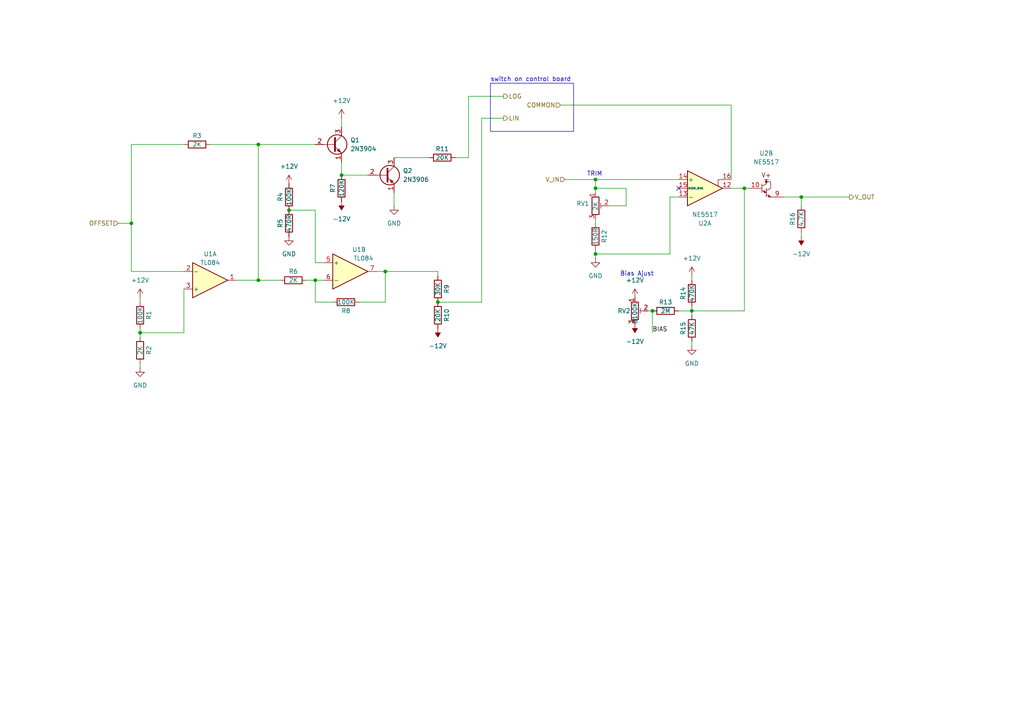
<source format=kicad_sch>
(kicad_sch (version 20250114) (generator "eeschema") (generator_version "9.0")
  (paper "A4")
  (lib_symbols
    (symbol "Eurorack Common:2N3904" (pin_names (offset 0) (hide yes))
      (property "Reference" "Q" (at 5.08 1.905 0))
      (property "Value" "2N3904" (at 5.08 0 0))
      (symbol "2N3904_0_1"
        (polyline (pts (xy -2.54 0) (xy 0.635 0)))
        (polyline (pts (xy 0.635 1.905) (xy 0.635 -1.905)) (stroke (width 0.508)))
        (circle (center 1.27 0) (radius 2.8194) (stroke (width 0.254)))
      )
      (symbol "2N3904_1_1"
        (polyline (pts (xy 0.635 0.635) (xy 2.54 2.54)))
        (polyline (pts (xy 0.635 -0.635) (xy 2.54 -2.54)))
        (polyline (pts (xy 1.27 -1.778) (xy 1.778 -1.27) (xy 2.286 -2.286) (xy 1.27 -1.778)) (fill (type outline)))
        (pin input line (at -5.08 0 0) (length 2.54) (name "B") (number "2"))
        (pin passive line (at 2.54 5.08 270) (length 2.54) (name "C") (number "3"))
        (pin passive line (at 2.54 -5.08 90) (length 2.54) (name "E") (number "1"))
      )
    )
    (symbol "Eurorack Common:2N3906" (pin_names (offset 0) (hide yes))
      (property "Reference" "Q" (at 5.08 1.905 0))
      (property "Value" "2N3906" (at 5.08 0 0))
      (symbol "2N3906_0_1"
        (polyline (pts (xy -2.54 0) (xy 0.635 0)))
        (polyline (pts (xy 0.635 1.905) (xy 0.635 -1.905)) (stroke (width 0.508)))
        (polyline (pts (xy 0.635 0.635) (xy 2.54 2.54)))
        (polyline (pts (xy 0.635 -0.635) (xy 2.54 -2.54)))
        (circle (center 1.27 0) (radius 2.8194) (stroke (width 0.254)))
        (polyline (pts (xy 2.286 -1.778) (xy 1.778 -2.286) (xy 1.27 -1.27) (xy 2.286 -1.778)) (fill (type outline)))
      )
      (symbol "2N3906_1_1"
        (pin input line (at -5.08 0 0) (length 2.54) (name "B") (number "2"))
        (pin passive line (at 2.54 5.08 270) (length 2.54) (name "C") (number "3"))
        (pin passive line (at 2.54 -5.08 90) (length 2.54) (name "E") (number "1"))
      )
    )
    (symbol "Eurorack Common:NE5517DR2G" (pin_names (offset 0.127))
      (property "Reference" "U" (at 3.81 5.08 0))
      (property "Value" "NE5517DR2G" (at 5.08 -5.08 0))
      (symbol "NE5517DR2G_1_1"
        (polyline (pts (xy 3.81 -0.635) (xy 3.81 -2.54) (xy 5.08 -2.54)))
        (polyline (pts (xy 5.08 0) (xy -5.08 -5.08) (xy -5.08 5.08) (xy 5.08 0)) (stroke (width 0.254)) (fill (type background)))
        (pin input line (at -7.62 2.54 0) (length 2.54) (name "-") (number "13"))
        (pin input line (at -7.62 0 0) (length 2.54) (name "DIODE_BIAS") (number "15"))
        (pin input line (at -7.62 -2.54 0) (length 2.54) (name "+") (number "14"))
        (pin output line (at 7.62 0 180) (length 2.54) (name "~") (number "12"))
        (pin input line (at 7.62 -2.54 180) (length 2.54) (name "~") (number "16"))
      )
      (symbol "NE5517DR2G_2_0"
        (polyline (pts (xy -1.905 2.54) (xy -3.175 2.54)))
      )
      (symbol "NE5517DR2G_2_1"
        (polyline (pts (xy -3.81 1.27) (xy -3.81 -1.27)))
        (polyline (pts (xy -3.81 0.635) (xy -2.54 1.27) (xy -2.54 1.905) (xy -2.54 2.54)))
        (polyline (pts (xy -3.81 -0.635) (xy -2.54 -1.27)))
        (circle (center -2.54 1.905) (radius 0.254) (stroke (width 0.254)) (fill (type outline)))
        (polyline (pts (xy -2.54 0) (xy -2.54 -2.54)))
        (polyline (pts (xy -2.54 -0.635) (xy -1.27 0) (xy -1.27 1.905) (xy -2.54 1.905)))
        (polyline (pts (xy -2.54 -1.27) (xy -3.175 -0.635) (xy -3.175 -1.27) (xy -2.54 -1.27)) (fill (type outline)))
        (polyline (pts (xy -2.54 -1.905) (xy -1.27 -2.54)))
        (polyline (pts (xy -1.27 -2.54) (xy -1.905 -1.905) (xy -1.905 -2.54) (xy -1.27 -2.54)) (fill (type outline)))
        (text "V+" (at -2.54 3.81 0) (effects (font (size 1.27 1.27))))
        (pin input line (at -7.62 0 0) (length 3.81) (name "~") (number "10"))
        (pin output line (at 2.54 -2.54 180) (length 3.81) (name "~") (number "9"))
      )
      (symbol "NE5517DR2G_3_1"
        (polyline (pts (xy 3.81 -0.635) (xy 3.81 -2.54) (xy 5.08 -2.54)))
        (polyline (pts (xy 5.08 0) (xy -5.08 -5.08) (xy -5.08 5.08) (xy 5.08 0)) (stroke (width 0.254)) (fill (type background)))
        (pin input line (at -7.62 2.54 0) (length 2.54) (name "-") (number "4"))
        (pin input line (at -7.62 0 0) (length 2.54) (name "DIODE_BIAS") (number "2"))
        (pin input line (at -7.62 -2.54 0) (length 2.54) (name "+") (number "3"))
        (pin output line (at 7.62 0 180) (length 2.54) (name "~") (number "5"))
        (pin input line (at 7.62 -2.54 180) (length 2.54) (name "~") (number "1"))
      )
      (symbol "NE5517DR2G_4_0"
        (polyline (pts (xy -3.175 2.54) (xy -1.905 2.54)))
        (text "V+" (at -2.54 3.81 0) (effects (font (size 1.27 1.27))))
      )
      (symbol "NE5517DR2G_4_1"
        (polyline (pts (xy -3.81 1.27) (xy -3.81 -1.27)))
        (polyline (pts (xy -3.81 0.635) (xy -2.54 1.27) (xy -2.54 2.54)))
        (polyline (pts (xy -3.81 -0.635) (xy -2.54 -1.27)))
        (circle (center -2.54 1.905) (radius 0.254) (stroke (width 0.254)) (fill (type outline)))
        (polyline (pts (xy -2.54 0) (xy -2.54 -2.54)))
        (polyline (pts (xy -2.54 -0.635) (xy -1.27 0) (xy -1.27 1.905) (xy -2.54 1.905)))
        (polyline (pts (xy -2.54 -1.27) (xy -3.175 -0.635) (xy -3.175 -1.27) (xy -2.54 -1.27)) (fill (type outline)))
        (polyline (pts (xy -2.54 -1.905) (xy -1.27 -2.54)))
        (polyline (pts (xy -1.27 -2.54) (xy -1.905 -1.905) (xy -1.905 -2.54) (xy -1.27 -2.54)) (fill (type outline)))
        (pin input line (at -7.62 0 0) (length 3.81) (name "~") (number "7"))
        (pin output line (at 2.54 -2.54 180) (length 3.81) (name "~") (number "8"))
      )
      (symbol "NE5517DR2G_5_1"
        (pin power_in line (at -2.54 7.62 270) (length 3.81) (name "V+") (number "11"))
        (pin power_in line (at -2.54 -7.62 90) (length 3.81) (name "V-") (number "6"))
      )
    )
    (symbol "Eurorack Common:R_DIN0207" (pin_numbers (hide yes)) (pin_names (offset 0))
      (property "Reference" "R" (at 2.032 0 90))
      (property "Value" "R" (at 0 0 90))
      (symbol "R_DIN0207_0_1"
        (rectangle (start -1.016 2.54) (end 1.016 -2.54) (stroke (width 0.254)))
      )
      (symbol "R_DIN0207_1_1"
        (pin passive line (at 0 3.81 270) (length 1.27) (name "~") (number "1"))
        (pin passive line (at 0 -3.81 90) (length 1.27) (name "~") (number "2"))
      )
    )
    (symbol "Eurorack Common:R_Potentionmeter_Trim_Bournes" (pin_names (offset 1.016) (hide yes))
      (property "Reference" "RV" (at -4.445 0 90))
      (property "Value" "R_Potentionmeter_Trim" (at -2.54 0 90))
      (symbol "R_Potentionmeter_Trim_Bournes_0_1"
        (rectangle (start 1.016 2.54) (end -1.016 -2.54) (stroke (width 0.254)))
        (polyline (pts (xy 1.524 0.762) (xy 1.524 -0.762)))
        (polyline (pts (xy 2.54 0) (xy 1.524 0)))
      )
      (symbol "R_Potentionmeter_Trim_Bournes_1_1"
        (pin passive line (at 0 3.81 270) (length 1.27) (name "1") (number "1"))
        (pin passive line (at 0 -3.81 90) (length 1.27) (name "3") (number "3"))
        (pin passive line (at 3.81 0 180) (length 1.27) (name "2") (number "2"))
      )
    )
    (symbol "Eurorack Common:TL084HIDYYR" (pin_names (offset 0.127))
      (property "Reference" "U" (at 0 5.08 0))
      (property "Value" "TL084" (at 0 -5.08 0))
      (symbol "TL084HIDYYR_1_1"
        (polyline (pts (xy -5.08 5.08) (xy 5.08 0) (xy -5.08 -5.08) (xy -5.08 5.08)) (stroke (width 0.254)) (fill (type background)))
        (pin input line (at -7.62 2.54 0) (length 2.54) (name "+") (number "3"))
        (pin input line (at -7.62 -2.54 0) (length 2.54) (name "-") (number "2"))
        (pin output line (at 7.62 0 180) (length 2.54) (name "~") (number "1"))
      )
      (symbol "TL084HIDYYR_2_1"
        (polyline (pts (xy -5.08 5.08) (xy 5.08 0) (xy -5.08 -5.08) (xy -5.08 5.08)) (stroke (width 0.254)) (fill (type background)))
        (pin input line (at -7.62 2.54 0) (length 2.54) (name "+") (number "5"))
        (pin input line (at -7.62 -2.54 0) (length 2.54) (name "-") (number "6"))
        (pin output line (at 7.62 0 180) (length 2.54) (name "~") (number "7"))
      )
      (symbol "TL084HIDYYR_3_1"
        (polyline (pts (xy -5.08 5.08) (xy 5.08 0) (xy -5.08 -5.08) (xy -5.08 5.08)) (stroke (width 0.254)) (fill (type background)))
        (pin input line (at -7.62 2.54 0) (length 2.54) (name "+") (number "10"))
        (pin input line (at -7.62 -2.54 0) (length 2.54) (name "-") (number "9"))
        (pin output line (at 7.62 0 180) (length 2.54) (name "~") (number "8"))
      )
      (symbol "TL084HIDYYR_4_1"
        (polyline (pts (xy -5.08 5.08) (xy 5.08 0) (xy -5.08 -5.08) (xy -5.08 5.08)) (stroke (width 0.254)) (fill (type background)))
        (pin input line (at -7.62 2.54 0) (length 2.54) (name "+") (number "12"))
        (pin input line (at -7.62 -2.54 0) (length 2.54) (name "-") (number "13"))
        (pin output line (at 7.62 0 180) (length 2.54) (name "~") (number "14"))
      )
      (symbol "TL084HIDYYR_5_1"
        (pin power_in line (at -2.54 7.62 270) (length 3.81) (name "V+") (number "4"))
        (pin power_in line (at -2.54 -7.62 90) (length 3.81) (name "V-") (number "11"))
      )
    )
    (symbol "power:+12V" (power) (pin_numbers (hide yes)) (pin_names (offset 0) (hide yes))
      (property "Value" "+12V" (at 0 3.556 0))
      (symbol "+12V_0_1"
        (polyline (pts (xy -0.762 1.27) (xy 0 2.54)))
        (polyline (pts (xy 0 2.54) (xy 0.762 1.27)))
        (polyline (pts (xy 0 0) (xy 0 2.54)))
      )
      (symbol "+12V_1_1"
        (pin power_in line (at 0 0 90) (length 0) (name "~") (number "1"))
      )
    )
    (symbol "power:-12V" (power) (pin_numbers (hide yes)) (pin_names (offset 0) (hide yes))
      (property "Value" "-12V" (at 0 3.556 0))
      (symbol "-12V_0_0"
        (pin power_in line (at 0 0 90) (length 0) (name "~") (number "1"))
      )
      (symbol "-12V_0_1"
        (polyline (pts (xy 0 0) (xy 0 1.27) (xy 0.762 1.27) (xy 0 2.54) (xy -0.762 1.27) (xy 0 1.27)) (fill (type outline)))
      )
    )
    (symbol "power:GND" (power) (pin_numbers (hide yes)) (pin_names (offset 0) (hide yes))
      (property "Value" "GND" (at 0 -3.81 0))
      (symbol "GND_0_1"
        (polyline (pts (xy 0 0) (xy 0 -1.27) (xy 1.27 -1.27) (xy 0 -2.54) (xy -1.27 -1.27) (xy 0 -1.27)))
      )
      (symbol "GND_1_1"
        (pin power_in line (at 0 0 270) (length 0) (name "~") (number "1"))
      )
    )
  )
  (rectangle (start 142.24 24.13) (end 166.37 38.1))
  (text "switch on control board" (at 142.24 23.114 0) (effects (font (size 1.27 1.27)) (justify left)))
  (text "Bias Ajust" (at 179.832 80.264 0) (effects (font (size 1.27 1.27)) (justify left bottom)))
  (text "TRIM" (at 172.466 50.546 0) (effects (font (size 1.27 1.27))))
  (junction (at 40.64 96.52))
  (junction (at 172.72 73.66))
  (junction (at 232.41 57.15))
  (junction (at 200.66 90.17))
  (junction (at 172.72 54.61))
  (junction (at 38.1 64.77))
  (junction (at 111.76 78.74))
  (junction (at 74.93 81.28))
  (junction (at 215.9 54.61))
  (junction (at 172.72 52.07))
  (junction (at 127 87.63))
  (junction (at 74.93 41.91))
  (junction (at 189.23 90.17))
  (junction (at 91.44 81.28))
  (junction (at 99.06 50.8))
  (junction (at 83.82 60.96))
  (no_connect (at 196.85 54.61))
  (wire (pts (xy 40.64 106.68) (xy 40.64 105.41)))
  (wire (pts (xy 114.3 59.69) (xy 114.3 55.88)))
  (wire (pts (xy 38.1 41.91) (xy 38.1 64.77)))
  (wire (pts (xy 163.83 52.07) (xy 172.72 52.07)))
  (wire (pts (xy 40.64 86.36) (xy 40.64 87.63)))
  (wire (pts (xy 111.76 87.63) (xy 111.76 78.74)))
  (wire (pts (xy 104.14 87.63) (xy 111.76 87.63)))
  (wire (pts (xy 135.89 45.72) (xy 132.08 45.72)))
  (wire (pts (xy 38.1 64.77) (xy 38.1 78.74)))
  (wire (pts (xy 135.89 27.94) (xy 135.89 45.72)))
  (wire (pts (xy 200.66 90.17) (xy 215.9 90.17)))
  (wire (pts (xy 212.09 54.61) (xy 215.9 54.61)))
  (wire (pts (xy 194.31 57.15) (xy 196.85 57.15)))
  (wire (pts (xy 91.44 87.63) (xy 96.52 87.63)))
  (wire (pts (xy 172.72 52.07) (xy 172.72 54.61)))
  (wire (pts (xy 187.96 90.17) (xy 189.23 90.17)))
  (wire (pts (xy 127 80.01) (xy 127 78.74)))
  (wire (pts (xy 196.85 90.17) (xy 200.66 90.17)))
  (wire (pts (xy 172.72 54.61) (xy 172.72 55.88)))
  (wire (pts (xy 74.93 41.91) (xy 74.93 81.28)))
  (wire (pts (xy 212.09 30.48) (xy 212.09 52.07)))
  (wire (pts (xy 227.33 57.15) (xy 232.41 57.15)))
  (wire (pts (xy 200.66 90.17) (xy 200.66 91.44)))
  (wire (pts (xy 232.41 57.15) (xy 246.38 57.15)))
  (wire (pts (xy 181.61 54.61) (xy 181.61 59.69)))
  (wire (pts (xy 215.9 54.61) (xy 217.17 54.61)))
  (wire (pts (xy 40.64 95.25) (xy 40.64 96.52)))
  (wire (pts (xy 135.89 27.94) (xy 146.05 27.94)))
  (wire (pts (xy 215.9 54.61) (xy 215.9 90.17)))
  (wire (pts (xy 91.44 81.28) (xy 93.98 81.28)))
  (wire (pts (xy 99.06 46.99) (xy 99.06 50.8)))
  (wire (pts (xy 91.44 81.28) (xy 91.44 87.63)))
  (wire (pts (xy 91.44 60.96) (xy 83.82 60.96)))
  (wire (pts (xy 111.76 78.74) (xy 127 78.74)))
  (wire (pts (xy 200.66 99.06) (xy 200.66 100.33)))
  (wire (pts (xy 40.64 96.52) (xy 53.34 96.52)))
  (wire (pts (xy 172.72 63.5) (xy 172.72 64.77)))
  (wire (pts (xy 34.29 64.77) (xy 38.1 64.77)))
  (wire (pts (xy 172.72 73.66) (xy 194.31 73.66)))
  (wire (pts (xy 172.72 54.61) (xy 181.61 54.61)))
  (wire (pts (xy 139.7 34.29) (xy 139.7 87.63)))
  (wire (pts (xy 60.96 41.91) (xy 74.93 41.91)))
  (wire (pts (xy 38.1 78.74) (xy 53.34 78.74)))
  (wire (pts (xy 53.34 96.52) (xy 53.34 83.82)))
  (wire (pts (xy 88.9 81.28) (xy 91.44 81.28)))
  (wire (pts (xy 99.06 34.29) (xy 99.06 36.83)))
  (wire (pts (xy 74.93 41.91) (xy 91.44 41.91)))
  (wire (pts (xy 124.46 45.72) (xy 114.3 45.72)))
  (wire (pts (xy 172.72 74.93) (xy 172.72 73.66)))
  (wire (pts (xy 200.66 88.9) (xy 200.66 90.17)))
  (wire (pts (xy 38.1 41.91) (xy 53.34 41.91)))
  (wire (pts (xy 91.44 76.2) (xy 93.98 76.2)))
  (wire (pts (xy 232.41 67.31) (xy 232.41 68.58)))
  (wire (pts (xy 200.66 80.01) (xy 200.66 81.28)))
  (wire (pts (xy 40.64 96.52) (xy 40.64 97.79)))
  (wire (pts (xy 176.53 59.69) (xy 181.61 59.69)))
  (wire (pts (xy 106.68 50.8) (xy 99.06 50.8)))
  (wire (pts (xy 162.56 30.48) (xy 212.09 30.48)))
  (wire (pts (xy 172.72 52.07) (xy 196.85 52.07)))
  (wire (pts (xy 139.7 34.29) (xy 146.05 34.29)))
  (wire (pts (xy 91.44 60.96) (xy 91.44 76.2)))
  (wire (pts (xy 109.22 78.74) (xy 111.76 78.74)))
  (wire (pts (xy 232.41 59.69) (xy 232.41 57.15)))
  (wire (pts (xy 74.93 81.28) (xy 81.28 81.28)))
  (wire (pts (xy 139.7 87.63) (xy 127 87.63)))
  (wire (pts (xy 172.72 73.66) (xy 172.72 72.39)))
  (wire (pts (xy 194.31 57.15) (xy 194.31 73.66)))
  (wire (pts (xy 68.58 81.28) (xy 74.93 81.28)))
  (wire (pts (xy 189.23 90.17) (xy 189.23 96.52)))
  (label "BIAS" (at 189.23 96.52 0))
  (hierarchical_label "COMMON" (shape input) (at 162.56 30.48 180))
  (hierarchical_label "LOG" (shape output) (at 146.05 27.94 0))
  (hierarchical_label "LIN" (shape output) (at 146.05 34.29 0))
  (hierarchical_label "V_IN" (shape input) (at 163.83 52.07 180))
  (hierarchical_label "OFFSET" (shape input) (at 34.29 64.77 180))
  (hierarchical_label "V_OUT" (shape output) (at 246.38 57.15 0))
  (symbol (lib_id "power:+12V") (at 83.82 53.34 0) (unit 1)
    (property "Reference" "#PWR020" (effects (hide yes)))
    (property "Value" "+12V" (at 83.82 48.26 0))
    (property "Description" "Power symbol creates a global label with name \"+12V\"" (effects (hide yes)))
    (instances (project "bottom-board" (path "" (reference "#PWR020") (unit 1)) (path "" (reference "#PWR034") (unit 1))))
  )
  (symbol (lib_id "power:-12V") (at 99.06 58.42 180) (unit 1)
    (property "Reference" "#PWR023" (effects (hide yes)))
    (property "Value" "-12V" (at 99.06 63.5 0))
    (property "Description" "Power symbol creates a global label with name \"-12V\"" (effects (hide yes)))
    (instances (project "bottom-board" (path "" (reference "#PWR023") (unit 1)) (path "" (reference "#PWR037") (unit 1))))
  )
  (symbol (lib_id "power:-12V") (at 232.41 68.58 180) (unit 1)
    (property "Reference" "#PWR031" (effects (hide yes)))
    (property "Value" "-12V" (at 232.41 73.66 0))
    (property "Description" "Power symbol creates a global label with name \"-12V\"" (effects (hide yes)))
    (instances (project "bottom-board" (path "" (reference "#PWR031") (unit 1)) (path "" (reference "#PWR045") (unit 1))))
  )
  (symbol (lib_id "Eurorack Common:R_DIN0207") (at 200.66 95.25 180) (unit 1)
    (property "Reference" "R15" (at 198.12 95.25 90))
    (property "Value" "47K" (at 200.66 95.25 90))
    (property "Footprint" "Eurorack Common:R_Axial_DIN0207_L6.3mm_D2.5mm_P7.62mm_Horizontal" (effects (hide yes)))
    (property "Description" "Resistor" (effects (hide yes)))
    (instances (project "bottom-board" (path "" (reference "R15") (unit 1)) (path "" (reference "R31") (unit 1))))
  )
  (symbol (lib_id "Eurorack Common:R_Potentionmeter_Trim_Bournes") (at 184.15 90.17 0) (unit 1)
    (property "Reference" "RV2" (at 182.88 90.17 0) (effects (justify right)))
    (property "Value" "B100K" (at 184.15 87.63 90) (effects (justify right)))
    (property "Footprint" "Eurorack Common:Potentiometer_Bourns_3296W_Horizontal" (effects (hide yes)))
    (property "Description" "Trim-potentiometer (bournes type)" (effects (hide yes)))
    (instances (project "bottom-board" (path "" (reference "RV2") (unit 1)) (path "" (reference "RV4") (unit 1))))
  )
  (symbol (lib_id "Eurorack Common:TL084HIDYYR") (at 101.6 78.74 0) (unit 2)
    (property "Reference" "U1" (at 104.14 72.39 0))
    (property "Value" "TL084" (at 105.41 74.93 0))
    (property "Footprint" "Eurorack Common:Texas_DYY0014A_TSOT-23-14_2x4.2mm_P0.5mm" (effects (hide yes)))
    (property "Datasheet" "http://www.ti.com/lit/ds/symlink/tl084.pdf" (effects (hide yes)))
    (property "Description" "Low-Power, Quad-Operational Amplifiers, TSOT-23-14" (effects (hide yes)))
    (instances (project "bottom-board" (path "" (reference "U1") (unit 2)) (path "" (reference "U1") (unit 4))))
  )
  (symbol (lib_id "Eurorack Common:R_DIN0207") (at 40.64 91.44 0) (unit 1)
    (property "Reference" "R1" (at 43.18 91.44 90))
    (property "Value" "100K" (at 40.64 91.44 90))
    (property "Footprint" "Eurorack Common:R_Axial_DIN0207_L6.3mm_D2.5mm_P7.62mm_Horizontal" (effects (hide yes)))
    (property "Description" "Resistor" (effects (hide yes)))
    (instances (project "bottom-board" (path "" (reference "R1") (unit 1)) (path "" (reference "R17") (unit 1))))
  )
  (symbol (lib_id "Eurorack Common:R_DIN0207") (at 99.06 54.61 180) (unit 1)
    (property "Reference" "R7" (at 96.52 54.61 90))
    (property "Value" "120K" (at 99.06 54.61 90))
    (property "Footprint" "Eurorack Common:R_Axial_DIN0207_L6.3mm_D2.5mm_P7.62mm_Horizontal" (effects (hide yes)))
    (property "Description" "Resistor" (effects (hide yes)))
    (instances (project "bottom-board" (path "" (reference "R7") (unit 1)) (path "" (reference "R23") (unit 1))))
  )
  (symbol (lib_id "Eurorack Common:NE5517DR2G") (at 204.47 54.61 0) (mirror x) (unit 1)
    (property "Reference" "U2" (at 204.47 64.77 0))
    (property "Value" "NE5517" (at 204.47 62.23 0))
    (property "Footprint" "Eurorack Common:SOIC-16_3.9x9.9mm_P1.27mm" (effects (hide yes)))
    (property "Datasheet" "https://www.onsemi.com/download/data-sheet/pdf/ne5517-d.pdf" (effects (hide yes)))
    (property "Description" "Dual Operational Transconductance Amplifiers with Linearizing Diodes and Buffers, SOIC-16, drop in replacement for LM13700" (effects (hide yes)))
    (instances (project "" (path "" (reference "U2") (unit 1)) (path "" (reference "U2") (unit 3))))
  )
  (symbol (lib_id "Eurorack Common:2N3904") (at 96.52 41.91 0) (unit 1)
    (property "Reference" "Q1" (at 101.6 40.6399 0) (effects (justify left)))
    (property "Value" "2N3904" (at 101.6 43.1799 0) (effects (justify left)))
    (property "Footprint" "Eurorack Common:TO-92_Inline" (effects (hide yes)))
    (property "Datasheet" "https://www.onsemi.com/pub/Collateral/2N3903-D.PDF" (effects (hide yes)))
    (property "Description" "0.2A Ic, 40V Vce, Small Signal NPN Transistor, TO-92" (effects (hide yes)))
    (instances (project "bottom-board" (path "" (reference "Q1") (unit 1)) (path "" (reference "Q3") (unit 1))))
  )
  (symbol (lib_id "Eurorack Common:R_DIN0207") (at 172.72 68.58 0) (unit 1)
    (property "Reference" "R12" (at 175.26 68.58 90))
    (property "Value" "150R" (at 172.72 68.58 90))
    (property "Footprint" "Eurorack Common:R_Axial_DIN0207_L6.3mm_D2.5mm_P7.62mm_Horizontal" (effects (hide yes)))
    (property "Description" "Resistor" (effects (hide yes)))
    (instances (project "bottom-board" (path "" (reference "R12") (unit 1)) (path "" (reference "R28") (unit 1))))
  )
  (symbol (lib_id "power:GND") (at 83.82 68.58 0) (unit 1)
    (property "Reference" "#PWR021" (effects (hide yes)))
    (property "Value" "GND" (at 83.82 73.66 0))
    (property "Description" "Power symbol creates a global label with name \"GND\" , ground" (effects (hide yes)))
    (instances (project "bottom-board" (path "" (reference "#PWR021") (unit 1)) (path "" (reference "#PWR035") (unit 1))))
  )
  (symbol (lib_id "Eurorack Common:TL084HIDYYR") (at 60.96 81.28 0) (mirror x) (unit 1)
    (property "Reference" "U1" (at 60.96 73.66 0))
    (property "Value" "TL084" (at 60.96 76.2 0))
    (property "Footprint" "Eurorack Common:Texas_DYY0014A_TSOT-23-14_2x4.2mm_P0.5mm" (effects (hide yes)))
    (property "Datasheet" "http://www.ti.com/lit/ds/symlink/tl084.pdf" (effects (hide yes)))
    (property "Description" "Low-Power, Quad-Operational Amplifiers, TSOT-23-14" (effects (hide yes)))
    (instances (project "bottom-board" (path "" (reference "U1") (unit 1)) (path "" (reference "U1") (unit 3))))
  )
  (symbol (lib_id "Eurorack Common:R_DIN0207") (at 193.04 90.17 90) (unit 1)
    (property "Reference" "R13" (at 193.04 87.63 90))
    (property "Value" "2M" (at 193.04 90.17 90))
    (property "Footprint" "Eurorack Common:R_Axial_DIN0207_L6.3mm_D2.5mm_P7.62mm_Horizontal" (effects (hide yes)))
    (property "Description" "Resistor" (effects (hide yes)))
    (instances (project "bottom-board" (path "" (reference "R13") (unit 1)) (path "" (reference "R29") (unit 1))))
  )
  (symbol (lib_id "power:-12V") (at 127 95.25 180) (unit 1)
    (property "Reference" "#PWR025" (effects (hide yes)))
    (property "Value" "-12V" (at 127 100.33 0))
    (property "Description" "Power symbol creates a global label with name \"-12V\"" (effects (hide yes)))
    (instances (project "bottom-board" (path "" (reference "#PWR025") (unit 1)) (path "" (reference "#PWR039") (unit 1))))
  )
  (symbol (lib_id "Eurorack Common:R_DIN0207") (at 232.41 63.5 180) (unit 1)
    (property "Reference" "R16" (at 229.87 63.5 90))
    (property "Value" "4.7K" (at 232.41 63.5 90))
    (property "Footprint" "Eurorack Common:R_Axial_DIN0207_L6.3mm_D2.5mm_P7.62mm_Horizontal" (effects (hide yes)))
    (property "Description" "Resistor" (effects (hide yes)))
    (instances (project "bottom-board" (path "" (reference "R16") (unit 1)) (path "" (reference "R32") (unit 1))))
  )
  (symbol (lib_id "power:+12V") (at 184.15 86.36 0) (unit 1)
    (property "Reference" "#PWR027" (effects (hide yes)))
    (property "Value" "+12V" (at 184.15 81.28 0))
    (property "Description" "Power symbol creates a global label with name \"+12V\"" (effects (hide yes)))
    (instances (project "bottom-board" (path "" (reference "#PWR027") (unit 1)) (path "" (reference "#PWR041") (unit 1))))
  )
  (symbol (lib_id "Eurorack Common:R_DIN0207") (at 128.27 45.72 90) (unit 1)
    (property "Reference" "R11" (at 128.27 43.18 90))
    (property "Value" "20K" (at 128.27 45.72 90))
    (property "Footprint" "Eurorack Common:R_Axial_DIN0207_L6.3mm_D2.5mm_P7.62mm_Horizontal" (effects (hide yes)))
    (property "Description" "Resistor" (effects (hide yes)))
    (instances (project "bottom-board" (path "" (reference "R11") (unit 1)) (path "" (reference "R27") (unit 1))))
  )
  (symbol (lib_id "Eurorack Common:R_DIN0207") (at 83.82 57.15 180) (unit 1)
    (property "Reference" "R4" (at 81.28 57.15 90))
    (property "Value" "100K" (at 83.82 57.15 90))
    (property "Footprint" "Eurorack Common:R_Axial_DIN0207_L6.3mm_D2.5mm_P7.62mm_Horizontal" (effects (hide yes)))
    (property "Description" "Resistor" (effects (hide yes)))
    (instances (project "bottom-board" (path "" (reference "R4") (unit 1)) (path "" (reference "R20") (unit 1))))
  )
  (symbol (lib_id "power:+12V") (at 99.06 34.29 0) (unit 1)
    (property "Reference" "#PWR022" (effects (hide yes)))
    (property "Value" "+12V" (at 99.06 29.21 0))
    (property "Description" "Power symbol creates a global label with name \"+12V\"" (effects (hide yes)))
    (instances (project "bottom-board" (path "" (reference "#PWR022") (unit 1)) (path "" (reference "#PWR036") (unit 1))))
  )
  (symbol (lib_id "Eurorack Common:R_DIN0207") (at 127 91.44 0) (unit 1)
    (property "Reference" "R10" (at 129.54 91.44 90))
    (property "Value" "20K" (at 127 91.44 90))
    (property "Footprint" "Eurorack Common:R_Axial_DIN0207_L6.3mm_D2.5mm_P7.62mm_Horizontal" (effects (hide yes)))
    (property "Description" "Resistor" (effects (hide yes)))
    (instances (project "bottom-board" (path "" (reference "R10") (unit 1)) (path "" (reference "R26") (unit 1))))
  )
  (symbol (lib_id "Eurorack Common:R_DIN0207") (at 40.64 101.6 0) (unit 1)
    (property "Reference" "R2" (at 43.18 101.6 90))
    (property "Value" "2K" (at 40.64 101.6 90))
    (property "Footprint" "Eurorack Common:R_Axial_DIN0207_L6.3mm_D2.5mm_P7.62mm_Horizontal" (effects (hide yes)))
    (property "Description" "Resistor" (effects (hide yes)))
    (instances (project "bottom-board" (path "" (reference "R2") (unit 1)) (path "" (reference "R18") (unit 1))))
  )
  (symbol (lib_id "Eurorack Common:NE5517DR2G") (at 224.79 54.61 0) (unit 2)
    (property "Reference" "U2" (at 222.25 44.45 0))
    (property "Value" "NE5517" (at 222.25 46.99 0))
    (property "Footprint" "Eurorack Common:SOIC-16_3.9x9.9mm_P1.27mm" (effects (hide yes)))
    (property "Datasheet" "https://www.onsemi.com/download/data-sheet/pdf/ne5517-d.pdf" (effects (hide yes)))
    (property "Description" "Dual Operational Transconductance Amplifiers with Linearizing Diodes and Buffers, SOIC-16, drop in replacement for LM13700" (effects (hide yes)))
    (instances (project "" (path "" (reference "U2") (unit 2)) (path "" (reference "U2") (unit 4))))
  )
  (symbol (lib_id "power:GND") (at 114.3 59.69 0) (mirror y) (unit 1)
    (property "Reference" "#PWR024" (effects (hide yes)))
    (property "Value" "GND" (at 114.3 64.77 0))
    (property "Description" "Power symbol creates a global label with name \"GND\" , ground" (effects (hide yes)))
    (instances (project "bottom-board" (path "" (reference "#PWR024") (unit 1)) (path "" (reference "#PWR038") (unit 1))))
  )
  (symbol (lib_id "power:GND") (at 40.64 106.68 0) (unit 1)
    (property "Reference" "#PWR019" (effects (hide yes)))
    (property "Value" "GND" (at 40.64 111.76 0))
    (property "Description" "Power symbol creates a global label with name \"GND\" , ground" (effects (hide yes)))
    (instances (project "bottom-board" (path "" (reference "#PWR019") (unit 1)) (path "" (reference "#PWR033") (unit 1))))
  )
  (symbol (lib_id "power:-12V") (at 184.15 93.98 180) (unit 1)
    (property "Reference" "#PWR028" (effects (hide yes)))
    (property "Value" "-12V" (at 184.15 99.06 0))
    (property "Description" "Power symbol creates a global label with name \"-12V\"" (effects (hide yes)))
    (instances (project "bottom-board" (path "" (reference "#PWR028") (unit 1)) (path "" (reference "#PWR042") (unit 1))))
  )
  (symbol (lib_id "power:+12V") (at 200.66 80.01 0) (unit 1)
    (property "Reference" "#PWR029" (effects (hide yes)))
    (property "Value" "+12V" (at 200.66 74.93 0))
    (property "Description" "Power symbol creates a global label with name \"+12V\"" (effects (hide yes)))
    (instances (project "bottom-board" (path "" (reference "#PWR029") (unit 1)) (path "" (reference "#PWR043") (unit 1))))
  )
  (symbol (lib_id "Eurorack Common:2N3906") (at 111.76 50.8 0) (unit 1)
    (property "Reference" "Q2" (at 116.84 49.5299 0) (effects (justify left)))
    (property "Value" "2N3906" (at 116.84 52.0699 0) (effects (justify left)))
    (property "Footprint" "Eurorack Common:TO-92_Inline" (effects (hide yes)))
    (property "Datasheet" "https://www.onsemi.com/pub/Collateral/2N3906-D.PDF" (effects (hide yes)))
    (property "Description" "-0.2A Ic, -40V Vce, Small Signal PNP Transistor, TO-92" (effects (hide yes)))
    (instances (project "bottom-board" (path "" (reference "Q2") (unit 1)) (path "" (reference "Q4") (unit 1))))
  )
  (symbol (lib_id "Eurorack Common:R_Potentionmeter_Trim_Bournes") (at 172.72 59.69 0) (unit 1)
    (property "Reference" "RV1" (at 170.9421 59.0412 0) (effects (justify right)))
    (property "Value" "2K" (at 172.72 58.42 90) (effects (justify right)))
    (property "Footprint" "Eurorack Common:Potentiometer_Bourns_3296W_Horizontal" (effects (hide yes)))
    (property "Description" "Trim-potentiometer (bournes type)" (effects (hide yes)))
    (instances (project "bottom-board" (path "" (reference "RV1") (unit 1)) (path "" (reference "RV3") (unit 1))))
  )
  (symbol (lib_id "power:+12V") (at 40.64 86.36 0) (unit 1)
    (property "Reference" "#PWR018" (effects (hide yes)))
    (property "Value" "+12V" (at 40.64 81.28 0))
    (property "Description" "Power symbol creates a global label with name \"+12V\"" (effects (hide yes)))
    (instances (project "bottom-board" (path "" (reference "#PWR018") (unit 1)) (path "" (reference "#PWR032") (unit 1))))
  )
  (symbol (lib_id "Eurorack Common:R_DIN0207") (at 85.09 81.28 90) (unit 1)
    (property "Reference" "R6" (at 85.09 78.74 90))
    (property "Value" "2K" (at 85.09 81.28 90))
    (property "Footprint" "Eurorack Common:R_Axial_DIN0207_L6.3mm_D2.5mm_P7.62mm_Horizontal" (effects (hide yes)))
    (property "Description" "Resistor" (effects (hide yes)))
    (instances (project "bottom-board" (path "" (reference "R6") (unit 1)) (path "" (reference "R22") (unit 1))))
  )
  (symbol (lib_id "Eurorack Common:R_DIN0207") (at 83.82 64.77 180) (unit 1)
    (property "Reference" "R5" (at 81.28 64.77 90))
    (property "Value" "470R" (at 83.82 64.77 90))
    (property "Footprint" "Eurorack Common:R_Axial_DIN0207_L6.3mm_D2.5mm_P7.62mm_Horizontal" (effects (hide yes)))
    (property "Description" "Resistor" (effects (hide yes)))
    (instances (project "bottom-board" (path "" (reference "R5") (unit 1)) (path "" (reference "R21") (unit 1))))
  )
  (symbol (lib_id "Eurorack Common:R_DIN0207") (at 57.15 41.91 90) (unit 1)
    (property "Reference" "R3" (at 57.15 39.37 90))
    (property "Value" "2K" (at 57.15 41.91 90))
    (property "Footprint" "Eurorack Common:R_Axial_DIN0207_L6.3mm_D2.5mm_P7.62mm_Horizontal" (effects (hide yes)))
    (property "Description" "Resistor" (effects (hide yes)))
    (instances (project "bottom-board" (path "" (reference "R3") (unit 1)) (path "" (reference "R19") (unit 1))))
  )
  (symbol (lib_id "power:GND") (at 200.66 100.33 0) (unit 1)
    (property "Reference" "#PWR030" (effects (hide yes)))
    (property "Value" "GND" (at 200.66 105.41 0))
    (property "Description" "Power symbol creates a global label with name \"GND\" , ground" (effects (hide yes)))
    (instances (project "bottom-board" (path "" (reference "#PWR030") (unit 1)) (path "" (reference "#PWR044") (unit 1))))
  )
  (symbol (lib_id "Eurorack Common:R_DIN0207") (at 200.66 85.09 180) (unit 1)
    (property "Reference" "R14" (at 198.12 85.09 90))
    (property "Value" "470K" (at 200.66 85.09 90))
    (property "Footprint" "Eurorack Common:R_Axial_DIN0207_L6.3mm_D2.5mm_P7.62mm_Horizontal" (effects (hide yes)))
    (property "Description" "Resistor" (effects (hide yes)))
    (instances (project "bottom-board" (path "" (reference "R14") (unit 1)) (path "" (reference "R30") (unit 1))))
  )
  (symbol (lib_id "power:GND") (at 172.72 74.93 0) (unit 1)
    (property "Reference" "#PWR026" (effects (hide yes)))
    (property "Value" "GND" (at 172.72 80.01 0))
    (property "Description" "Power symbol creates a global label with name \"GND\" , ground" (effects (hide yes)))
    (instances (project "bottom-board" (path "" (reference "#PWR026") (unit 1)) (path "" (reference "#PWR040") (unit 1))))
  )
  (symbol (lib_id "Eurorack Common:R_DIN0207") (at 127 83.82 0) (unit 1)
    (property "Reference" "R9" (at 129.54 83.82 90))
    (property "Value" "30K" (at 127 83.82 90))
    (property "Footprint" "Eurorack Common:R_Axial_DIN0207_L6.3mm_D2.5mm_P7.62mm_Horizontal" (effects (hide yes)))
    (property "Description" "Resistor" (effects (hide yes)))
    (instances (project "bottom-board" (path "" (reference "R9") (unit 1)) (path "" (reference "R25") (unit 1))))
  )
  (symbol (lib_id "Eurorack Common:R_DIN0207") (at 100.33 87.63 270) (unit 1)
    (property "Reference" "R8" (at 100.33 90.17 90))
    (property "Value" "100K" (at 100.33 87.63 90))
    (property "Footprint" "Eurorack Common:R_Axial_DIN0207_L6.3mm_D2.5mm_P7.62mm_Horizontal" (effects (hide yes)))
    (property "Description" "Resistor" (effects (hide yes)))
    (instances (project "bottom-board" (path "" (reference "R8") (unit 1)) (path "" (reference "R24") (unit 1))))
  )
)
</source>
